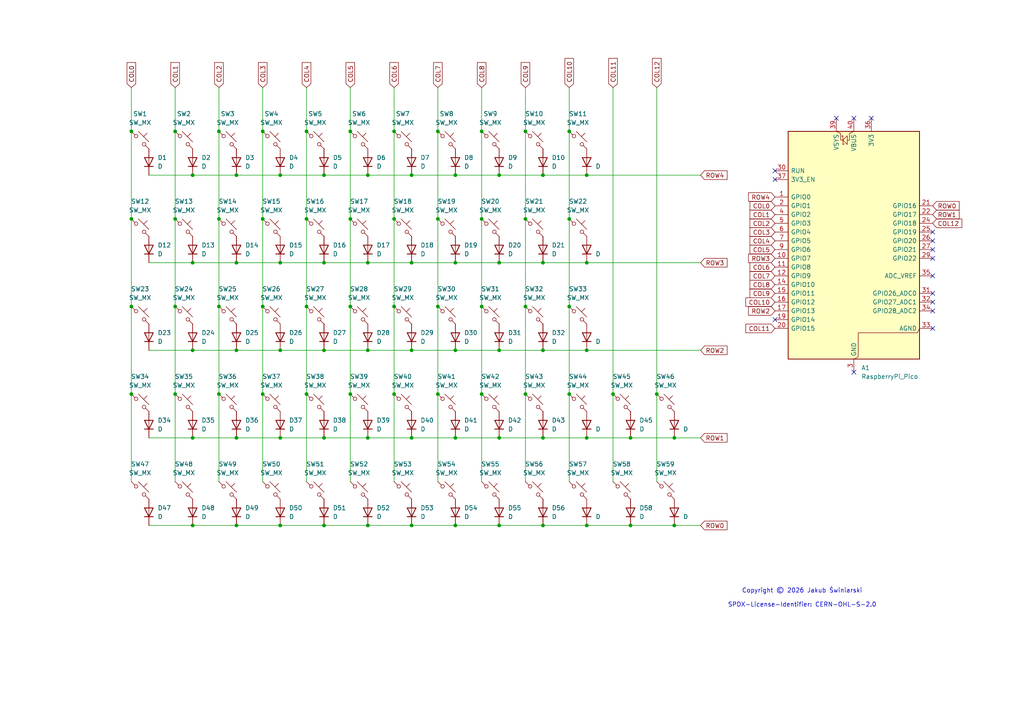
<source format=kicad_sch>
(kicad_sch (version 20250114) (generator "eeschema") (generator_version "9.0")
  (paper "A4")
  (text "Copyright © 2026 Jakub Świniarski\n\nSPDX-License-Identifier: CERN-OHL-S-2.0" (at 232.664 173.482 0) (effects (font (size 1.27 1.27))))
  (junction (at 139.7 114.3))
  (junction (at 132.08 152.4))
  (junction (at 81.28 50.8))
  (junction (at 81.28 76.2))
  (junction (at 119.38 152.4))
  (junction (at 76.2 88.9))
  (junction (at 101.6 114.3))
  (junction (at 50.8 114.3))
  (junction (at 63.5 38.1))
  (junction (at 68.58 76.2))
  (junction (at 170.18 152.4))
  (junction (at 182.88 127))
  (junction (at 144.78 76.2))
  (junction (at 106.68 50.8))
  (junction (at 139.7 88.9))
  (junction (at 152.4 38.1))
  (junction (at 93.98 76.2))
  (junction (at 81.28 127))
  (junction (at 127 38.1))
  (junction (at 106.68 127))
  (junction (at 144.78 101.6))
  (junction (at 139.7 63.5))
  (junction (at 88.9 38.1))
  (junction (at 190.5 114.3))
  (junction (at 63.5 88.9))
  (junction (at 88.9 88.9))
  (junction (at 165.1 114.3))
  (junction (at 38.1 63.5))
  (junction (at 114.3 38.1))
  (junction (at 132.08 50.8))
  (junction (at 68.58 152.4))
  (junction (at 38.1 38.1))
  (junction (at 165.1 38.1))
  (junction (at 55.88 76.2))
  (junction (at 101.6 88.9))
  (junction (at 195.58 152.4))
  (junction (at 177.8 114.3))
  (junction (at 50.8 88.9))
  (junction (at 170.18 101.6))
  (junction (at 50.8 63.5))
  (junction (at 132.08 76.2))
  (junction (at 106.68 101.6))
  (junction (at 114.3 88.9))
  (junction (at 132.08 127))
  (junction (at 157.48 127))
  (junction (at 170.18 50.8))
  (junction (at 68.58 127))
  (junction (at 114.3 114.3))
  (junction (at 119.38 101.6))
  (junction (at 81.28 101.6))
  (junction (at 93.98 101.6))
  (junction (at 106.68 152.4))
  (junction (at 152.4 63.5))
  (junction (at 38.1 88.9))
  (junction (at 119.38 76.2))
  (junction (at 144.78 127))
  (junction (at 139.7 38.1))
  (junction (at 76.2 38.1))
  (junction (at 144.78 50.8))
  (junction (at 106.68 76.2))
  (junction (at 93.98 50.8))
  (junction (at 127 88.9))
  (junction (at 68.58 50.8))
  (junction (at 55.88 101.6))
  (junction (at 93.98 127))
  (junction (at 132.08 101.6))
  (junction (at 88.9 114.3))
  (junction (at 157.48 50.8))
  (junction (at 157.48 76.2))
  (junction (at 170.18 127))
  (junction (at 63.5 63.5))
  (junction (at 55.88 152.4))
  (junction (at 119.38 127))
  (junction (at 101.6 63.5))
  (junction (at 81.28 152.4))
  (junction (at 114.3 63.5))
  (junction (at 127 114.3))
  (junction (at 195.58 127))
  (junction (at 157.48 152.4))
  (junction (at 157.48 101.6))
  (junction (at 165.1 88.9))
  (junction (at 50.8 38.1))
  (junction (at 127 63.5))
  (junction (at 152.4 114.3))
  (junction (at 170.18 76.2))
  (junction (at 88.9 63.5))
  (junction (at 144.78 152.4))
  (junction (at 63.5 114.3))
  (junction (at 76.2 114.3))
  (junction (at 152.4 88.9))
  (junction (at 76.2 63.5))
  (junction (at 38.1 114.3))
  (junction (at 101.6 38.1))
  (junction (at 68.58 101.6))
  (junction (at 93.98 152.4))
  (junction (at 55.88 50.8))
  (junction (at 119.38 50.8))
  (junction (at 165.1 63.5))
  (junction (at 182.88 152.4))
  (junction (at 55.88 127))
  (no_connect (at 224.79 49.53))
  (no_connect (at 270.51 67.31))
  (no_connect (at 270.51 95.25))
  (no_connect (at 242.57 34.29))
  (no_connect (at 224.79 92.71))
  (no_connect (at 270.51 72.39))
  (no_connect (at 270.51 74.93))
  (no_connect (at 252.73 34.29))
  (no_connect (at 270.51 90.17))
  (no_connect (at 270.51 87.63))
  (no_connect (at 270.51 69.85))
  (no_connect (at 270.51 80.01))
  (no_connect (at 270.51 85.09))
  (no_connect (at 224.79 52.07))
  (no_connect (at 247.65 34.29))
  (no_connect (at 247.65 107.95))
  (wire (pts (xy 177.8 25.4) (xy 177.8 114.3)))
  (wire (pts (xy 55.88 50.8) (xy 68.58 50.8)))
  (wire (pts (xy 119.38 76.2) (xy 132.08 76.2)))
  (wire (pts (xy 132.08 152.4) (xy 144.78 152.4)))
  (wire (pts (xy 101.6 63.5) (xy 101.6 88.9)))
  (wire (pts (xy 165.1 38.1) (xy 165.1 63.5)))
  (wire (pts (xy 152.4 88.9) (xy 152.4 114.3)))
  (wire (pts (xy 127 63.5) (xy 127 88.9)))
  (wire (pts (xy 88.9 63.5) (xy 88.9 88.9)))
  (wire (pts (xy 88.9 25.4) (xy 88.9 38.1)))
  (wire (pts (xy 68.58 50.8) (xy 81.28 50.8)))
  (wire (pts (xy 182.88 152.4) (xy 195.58 152.4)))
  (wire (pts (xy 139.7 38.1) (xy 139.7 63.5)))
  (wire (pts (xy 50.8 88.9) (xy 50.8 114.3)))
  (wire (pts (xy 114.3 25.4) (xy 114.3 38.1)))
  (wire (pts (xy 195.58 127) (xy 203.2 127)))
  (wire (pts (xy 101.6 38.1) (xy 101.6 63.5)))
  (wire (pts (xy 127 25.4) (xy 127 38.1)))
  (wire (pts (xy 68.58 152.4) (xy 81.28 152.4)))
  (wire (pts (xy 43.18 101.6) (xy 55.88 101.6)))
  (wire (pts (xy 63.5 63.5) (xy 63.5 88.9)))
  (wire (pts (xy 144.78 76.2) (xy 157.48 76.2)))
  (wire (pts (xy 170.18 76.2) (xy 203.2 76.2)))
  (wire (pts (xy 203.2 152.4) (xy 195.58 152.4)))
  (wire (pts (xy 170.18 127) (xy 182.88 127)))
  (wire (pts (xy 68.58 76.2) (xy 81.28 76.2)))
  (wire (pts (xy 127 114.3) (xy 127 139.7)))
  (wire (pts (xy 63.5 25.4) (xy 63.5 38.1)))
  (wire (pts (xy 38.1 63.5) (xy 38.1 88.9)))
  (wire (pts (xy 106.68 76.2) (xy 119.38 76.2)))
  (wire (pts (xy 63.5 88.9) (xy 63.5 114.3)))
  (wire (pts (xy 132.08 127) (xy 144.78 127)))
  (wire (pts (xy 93.98 127) (xy 106.68 127)))
  (wire (pts (xy 101.6 114.3) (xy 101.6 139.7)))
  (wire (pts (xy 55.88 76.2) (xy 68.58 76.2)))
  (wire (pts (xy 93.98 76.2) (xy 106.68 76.2)))
  (wire (pts (xy 165.1 114.3) (xy 165.1 139.7)))
  (wire (pts (xy 177.8 114.3) (xy 177.8 139.7)))
  (wire (pts (xy 88.9 38.1) (xy 88.9 63.5)))
  (wire (pts (xy 152.4 38.1) (xy 152.4 63.5)))
  (wire (pts (xy 152.4 25.4) (xy 152.4 38.1)))
  (wire (pts (xy 63.5 38.1) (xy 63.5 63.5)))
  (wire (pts (xy 139.7 88.9) (xy 139.7 114.3)))
  (wire (pts (xy 114.3 63.5) (xy 114.3 88.9)))
  (wire (pts (xy 127 88.9) (xy 127 114.3)))
  (wire (pts (xy 106.68 127) (xy 119.38 127)))
  (wire (pts (xy 139.7 25.4) (xy 139.7 38.1)))
  (wire (pts (xy 101.6 88.9) (xy 101.6 114.3)))
  (wire (pts (xy 43.18 50.8) (xy 55.88 50.8)))
  (wire (pts (xy 76.2 38.1) (xy 76.2 63.5)))
  (wire (pts (xy 76.2 25.4) (xy 76.2 38.1)))
  (wire (pts (xy 50.8 63.5) (xy 50.8 88.9)))
  (wire (pts (xy 81.28 50.8) (xy 93.98 50.8)))
  (wire (pts (xy 139.7 114.3) (xy 139.7 139.7)))
  (wire (pts (xy 119.38 152.4) (xy 132.08 152.4)))
  (wire (pts (xy 165.1 63.5) (xy 165.1 88.9)))
  (wire (pts (xy 93.98 50.8) (xy 106.68 50.8)))
  (wire (pts (xy 93.98 101.6) (xy 106.68 101.6)))
  (wire (pts (xy 157.48 127) (xy 170.18 127)))
  (wire (pts (xy 43.18 152.4) (xy 55.88 152.4)))
  (wire (pts (xy 190.5 25.4) (xy 190.5 114.3)))
  (wire (pts (xy 170.18 50.8) (xy 203.2 50.8)))
  (wire (pts (xy 157.48 101.6) (xy 170.18 101.6)))
  (wire (pts (xy 119.38 127) (xy 132.08 127)))
  (wire (pts (xy 88.9 88.9) (xy 88.9 114.3)))
  (wire (pts (xy 106.68 101.6) (xy 119.38 101.6)))
  (wire (pts (xy 114.3 88.9) (xy 114.3 114.3)))
  (wire (pts (xy 144.78 50.8) (xy 157.48 50.8)))
  (wire (pts (xy 101.6 25.4) (xy 101.6 38.1)))
  (wire (pts (xy 43.18 76.2) (xy 55.88 76.2)))
  (wire (pts (xy 144.78 127) (xy 157.48 127)))
  (wire (pts (xy 68.58 101.6) (xy 81.28 101.6)))
  (wire (pts (xy 132.08 101.6) (xy 144.78 101.6)))
  (wire (pts (xy 170.18 101.6) (xy 203.2 101.6)))
  (wire (pts (xy 132.08 50.8) (xy 144.78 50.8)))
  (wire (pts (xy 55.88 152.4) (xy 68.58 152.4)))
  (wire (pts (xy 50.8 25.4) (xy 50.8 38.1)))
  (wire (pts (xy 182.88 127) (xy 195.58 127)))
  (wire (pts (xy 165.1 88.9) (xy 165.1 114.3)))
  (wire (pts (xy 93.98 152.4) (xy 106.68 152.4)))
  (wire (pts (xy 81.28 127) (xy 93.98 127)))
  (wire (pts (xy 139.7 63.5) (xy 139.7 88.9)))
  (wire (pts (xy 76.2 88.9) (xy 76.2 114.3)))
  (wire (pts (xy 76.2 114.3) (xy 76.2 139.7)))
  (wire (pts (xy 106.68 50.8) (xy 119.38 50.8)))
  (wire (pts (xy 119.38 101.6) (xy 132.08 101.6)))
  (wire (pts (xy 190.5 114.3) (xy 190.5 139.7)))
  (wire (pts (xy 38.1 88.9) (xy 38.1 114.3)))
  (wire (pts (xy 114.3 114.3) (xy 114.3 139.7)))
  (wire (pts (xy 157.48 50.8) (xy 170.18 50.8)))
  (wire (pts (xy 119.38 50.8) (xy 132.08 50.8)))
  (wire (pts (xy 55.88 127) (xy 68.58 127)))
  (wire (pts (xy 81.28 101.6) (xy 93.98 101.6)))
  (wire (pts (xy 132.08 76.2) (xy 144.78 76.2)))
  (wire (pts (xy 55.88 101.6) (xy 68.58 101.6)))
  (wire (pts (xy 127 38.1) (xy 127 63.5)))
  (wire (pts (xy 114.3 38.1) (xy 114.3 63.5)))
  (wire (pts (xy 152.4 63.5) (xy 152.4 88.9)))
  (wire (pts (xy 81.28 76.2) (xy 93.98 76.2)))
  (wire (pts (xy 165.1 25.4) (xy 165.1 38.1)))
  (wire (pts (xy 144.78 101.6) (xy 157.48 101.6)))
  (wire (pts (xy 38.1 38.1) (xy 38.1 63.5)))
  (wire (pts (xy 63.5 114.3) (xy 63.5 139.7)))
  (wire (pts (xy 38.1 25.4) (xy 38.1 38.1)))
  (wire (pts (xy 50.8 114.3) (xy 50.8 139.7)))
  (wire (pts (xy 50.8 38.1) (xy 50.8 63.5)))
  (wire (pts (xy 152.4 114.3) (xy 152.4 139.7)))
  (wire (pts (xy 76.2 63.5) (xy 76.2 88.9)))
  (wire (pts (xy 38.1 114.3) (xy 38.1 139.7)))
  (wire (pts (xy 157.48 152.4) (xy 170.18 152.4)))
  (wire (pts (xy 68.58 127) (xy 81.28 127)))
  (wire (pts (xy 144.78 152.4) (xy 157.48 152.4)))
  (wire (pts (xy 170.18 152.4) (xy 182.88 152.4)))
  (wire (pts (xy 157.48 76.2) (xy 170.18 76.2)))
  (wire (pts (xy 81.28 152.4) (xy 93.98 152.4)))
  (wire (pts (xy 106.68 152.4) (xy 119.38 152.4)))
  (wire (pts (xy 43.18 127) (xy 55.88 127)))
  (wire (pts (xy 88.9 114.3) (xy 88.9 139.7)))
  (global_label "COL2" (shape input) (at 63.5 25.4 90) (property "Intersheetrefs" "${INTERSHEET_REFS}" (effects (hide yes))))
  (global_label "ROW4" (shape input) (at 203.2 50.8 0) (property "Intersheetrefs" "${INTERSHEET_REFS}" (effects (hide yes))))
  (global_label "COL0" (shape input) (at 224.79 59.69 180) (property "Intersheetrefs" "${INTERSHEET_REFS}" (effects (hide yes))))
  (global_label "COL6" (shape input) (at 224.79 77.47 180) (property "Intersheetrefs" "${INTERSHEET_REFS}" (effects (hide yes))))
  (global_label "COL12" (shape input) (at 270.51 64.77 0) (property "Intersheetrefs" "${INTERSHEET_REFS}" (effects (hide yes))))
  (global_label "ROW2" (shape input) (at 203.2 101.6 0) (property "Intersheetrefs" "${INTERSHEET_REFS}" (effects (hide yes))))
  (global_label "ROW1" (shape input) (at 270.51 62.23 0) (property "Intersheetrefs" "${INTERSHEET_REFS}" (effects (hide yes))))
  (global_label "COL4" (shape input) (at 224.79 69.85 180) (property "Intersheetrefs" "${INTERSHEET_REFS}" (effects (hide yes))))
  (global_label "ROW3" (shape input) (at 224.79 74.93 180) (property "Intersheetrefs" "${INTERSHEET_REFS}" (effects (hide yes))))
  (global_label "ROW0" (shape input) (at 203.2 152.4 0) (property "Intersheetrefs" "${INTERSHEET_REFS}" (effects (hide yes))))
  (global_label "COL8" (shape input) (at 139.7 25.4 90) (property "Intersheetrefs" "${INTERSHEET_REFS}" (effects (hide yes))))
  (global_label "COL1" (shape input) (at 224.79 62.23 180) (property "Intersheetrefs" "${INTERSHEET_REFS}" (effects (hide yes))))
  (global_label "COL4" (shape input) (at 88.9 25.4 90) (property "Intersheetrefs" "${INTERSHEET_REFS}" (effects (hide yes))))
  (global_label "ROW1" (shape input) (at 203.2 127 0) (property "Intersheetrefs" "${INTERSHEET_REFS}" (effects (hide yes))))
  (global_label "COL5" (shape input) (at 224.79 72.39 180) (property "Intersheetrefs" "${INTERSHEET_REFS}" (effects (hide yes))))
  (global_label "COL7" (shape input) (at 224.79 80.01 180) (property "Intersheetrefs" "${INTERSHEET_REFS}" (effects (hide yes))))
  (global_label "ROW2" (shape input) (at 224.79 90.17 180) (property "Intersheetrefs" "${INTERSHEET_REFS}" (effects (hide yes))))
  (global_label "COL1" (shape input) (at 50.8 25.4 90) (property "Intersheetrefs" "${INTERSHEET_REFS}" (effects (hide yes))))
  (global_label "COL6" (shape input) (at 114.3 25.4 90) (property "Intersheetrefs" "${INTERSHEET_REFS}" (effects (hide yes))))
  (global_label "COL10" (shape input) (at 165.1 25.4 90) (property "Intersheetrefs" "${INTERSHEET_REFS}" (effects (hide yes))))
  (global_label "COL11" (shape input) (at 224.79 95.25 180) (property "Intersheetrefs" "${INTERSHEET_REFS}" (effects (hide yes))))
  (global_label "COL8" (shape input) (at 224.79 82.55 180) (property "Intersheetrefs" "${INTERSHEET_REFS}" (effects (hide yes))))
  (global_label "COL10" (shape input) (at 224.79 87.63 180) (property "Intersheetrefs" "${INTERSHEET_REFS}" (effects (hide yes))))
  (global_label "COL3" (shape input) (at 76.2 25.4 90) (property "Intersheetrefs" "${INTERSHEET_REFS}" (effects (hide yes))))
  (global_label "COL5" (shape input) (at 101.6 25.4 90) (property "Intersheetrefs" "${INTERSHEET_REFS}" (effects (hide yes))))
  (global_label "COL9" (shape input) (at 152.4 25.4 90) (property "Intersheetrefs" "${INTERSHEET_REFS}" (effects (hide yes))))
  (global_label "COL2" (shape input) (at 224.79 64.77 180) (property "Intersheetrefs" "${INTERSHEET_REFS}" (effects (hide yes))))
  (global_label "ROW3" (shape input) (at 203.2 76.2 0) (property "Intersheetrefs" "${INTERSHEET_REFS}" (effects (hide yes))))
  (global_label "ROW4" (shape input) (at 224.79 57.15 180) (property "Intersheetrefs" "${INTERSHEET_REFS}" (effects (hide yes))))
  (global_label "COL12" (shape input) (at 190.5 25.4 90) (property "Intersheetrefs" "${INTERSHEET_REFS}" (effects (hide yes))))
  (global_label "COL11" (shape input) (at 177.8 25.4 90) (property "Intersheetrefs" "${INTERSHEET_REFS}" (effects (hide yes))))
  (global_label "COL7" (shape input) (at 127 25.4 90) (property "Intersheetrefs" "${INTERSHEET_REFS}" (effects (hide yes))))
  (global_label "ROW0" (shape input) (at 270.51 59.69 0) (property "Intersheetrefs" "${INTERSHEET_REFS}" (effects (hide yes))))
  (global_label "COL3" (shape input) (at 224.79 67.31 180) (property "Intersheetrefs" "${INTERSHEET_REFS}" (effects (hide yes))))
  (global_label "COL9" (shape input) (at 224.79 85.09 180) (property "Intersheetrefs" "${INTERSHEET_REFS}" (effects (hide yes))))
  (global_label "COL0" (shape input) (at 38.1 25.4 90) (property "Intersheetrefs" "${INTERSHEET_REFS}" (effects (hide yes))))
  (symbol (lib_id "Device:D") (at 68.58 148.59 90) (unit 1)
    (property "Reference" "D49" (at 71.12 147.3199 90) (effects (justify right)))
    (property "Value" "D" (at 71.12 149.8599 90) (effects (justify right)))
    (property "Footprint" "Diode_THT:D_DO-35_SOD27_P7.62mm_Horizontal" (effects (hide yes)))
    (property "Description" "Diode" (effects (hide yes)))
    (property "Sim.Device" "D" (effects (hide yes)))
    (property "Sim.Pins" "1=K 2=A" (effects (hide yes)))
  )
  (symbol (lib_id "Switch:SW_Push_45deg") (at 66.04 142.24 0) (unit 1)
    (property "Reference" "SW49" (at 66.04 134.62 0))
    (property "Value" "SW_MX" (at 66.04 137.16 0))
    (property "Footprint" "Button_Switch_Keyboard:SW_Cherry_MX_1.00u_PCB" (effects (hide yes)))
    (property "Description" "Push button switch, normally open, two pins, 45° tilted" (effects (hide yes)))
  )
  (symbol (lib_id "Device:D") (at 119.38 46.99 90) (unit 1)
    (property "Reference" "D7" (at 121.92 45.7199 90) (effects (justify right)))
    (property "Value" "D" (at 121.92 48.2599 90) (effects (justify right)))
    (property "Footprint" "Diode_THT:D_DO-35_SOD27_P7.62mm_Horizontal" (effects (hide yes)))
    (property "Description" "Diode" (effects (hide yes)))
    (property "Sim.Device" "D" (effects (hide yes)))
    (property "Sim.Pins" "1=K 2=A" (effects (hide yes)))
  )
  (symbol (lib_id "Device:D") (at 43.18 97.79 90) (unit 1)
    (property "Reference" "D23" (at 45.72 96.5199 90) (effects (justify right)))
    (property "Value" "D" (at 45.72 99.0599 90) (effects (justify right)))
    (property "Footprint" "Diode_THT:D_DO-35_SOD27_P7.62mm_Horizontal" (effects (hide yes)))
    (property "Description" "Diode" (effects (hide yes)))
    (property "Sim.Device" "D" (effects (hide yes)))
    (property "Sim.Pins" "1=K 2=A" (effects (hide yes)))
  )
  (symbol (lib_id "Device:D") (at 81.28 123.19 90) (unit 1)
    (property "Reference" "D37" (at 83.82 121.9199 90) (effects (justify right)))
    (property "Value" "D" (at 83.82 124.4599 90) (effects (justify right)))
    (property "Footprint" "Diode_THT:D_DO-35_SOD27_P7.62mm_Horizontal" (effects (hide yes)))
    (property "Description" "Diode" (effects (hide yes)))
    (property "Sim.Device" "D" (effects (hide yes)))
    (property "Sim.Pins" "1=K 2=A" (effects (hide yes)))
  )
  (symbol (lib_id "Device:D") (at 106.68 72.39 90) (unit 1)
    (property "Reference" "D17" (at 109.22 71.1199 90) (effects (justify right)))
    (property "Value" "D" (at 109.22 73.6599 90) (effects (justify right)))
    (property "Footprint" "Diode_THT:D_DO-35_SOD27_P7.62mm_Horizontal" (effects (hide yes)))
    (property "Description" "Diode" (effects (hide yes)))
    (property "Sim.Device" "D" (effects (hide yes)))
    (property "Sim.Pins" "1=K 2=A" (effects (hide yes)))
  )
  (symbol (lib_id "Switch:SW_Push_45deg") (at 129.54 91.44 0) (unit 1)
    (property "Reference" "SW30" (at 129.54 83.82 0))
    (property "Value" "SW_MX" (at 129.54 86.36 0))
    (property "Footprint" "Button_Switch_Keyboard:SW_Cherry_MX_1.00u_PCB" (effects (hide yes)))
    (property "Description" "Push button switch, normally open, two pins, 45° tilted" (effects (hide yes)))
  )
  (symbol (lib_id "Switch:SW_Push_45deg") (at 91.44 66.04 0) (unit 1)
    (property "Reference" "SW16" (at 91.44 58.42 0))
    (property "Value" "SW_MX" (at 91.44 60.96 0))
    (property "Footprint" "Button_Switch_Keyboard:SW_Cherry_MX_1.00u_PCB" (effects (hide yes)))
    (property "Description" "Push button switch, normally open, two pins, 45° tilted" (effects (hide yes)))
  )
  (symbol (lib_id "Switch:SW_Push_45deg") (at 91.44 116.84 0) (unit 1)
    (property "Reference" "SW38" (at 91.44 109.22 0))
    (property "Value" "SW_MX" (at 91.44 111.76 0))
    (property "Footprint" "Button_Switch_Keyboard:SW_Cherry_MX_1.00u_PCB" (effects (hide yes)))
    (property "Description" "Push button switch, normally open, two pins, 45° tilted" (effects (hide yes)))
  )
  (symbol (lib_id "Switch:SW_Push_45deg") (at 154.94 91.44 0) (unit 1)
    (property "Reference" "SW32" (at 154.94 83.82 0))
    (property "Value" "SW_MX" (at 154.94 86.36 0))
    (property "Footprint" "Button_Switch_Keyboard:SW_Cherry_MX_1.00u_PCB" (effects (hide yes)))
    (property "Description" "Push button switch, normally open, two pins, 45° tilted" (effects (hide yes)))
  )
  (symbol (lib_id "Switch:SW_Push_45deg") (at 142.24 142.24 0) (unit 1)
    (property "Reference" "SW55" (at 142.24 134.62 0))
    (property "Value" "SW_MX" (at 142.24 137.16 0))
    (property "Footprint" "Button_Switch_Keyboard:SW_Cherry_MX_1.00u_PCB" (effects (hide yes)))
    (property "Description" "Push button switch, normally open, two pins, 45° tilted" (effects (hide yes)))
  )
  (symbol (lib_id "Switch:SW_Push_45deg") (at 129.54 66.04 0) (unit 1)
    (property "Reference" "SW19" (at 129.54 58.42 0))
    (property "Value" "SW_MX" (at 129.54 60.96 0))
    (property "Footprint" "Button_Switch_Keyboard:SW_Cherry_MX_1.00u_PCB" (effects (hide yes)))
    (property "Description" "Push button switch, normally open, two pins, 45° tilted" (effects (hide yes)))
  )
  (symbol (lib_id "Device:D") (at 157.48 97.79 90) (unit 1)
    (property "Reference" "D32" (at 160.02 96.5199 90) (effects (justify right)))
    (property "Value" "D" (at 160.02 99.0599 90) (effects (justify right)))
    (property "Footprint" "Diode_THT:D_DO-35_SOD27_P7.62mm_Horizontal" (effects (hide yes)))
    (property "Description" "Diode" (effects (hide yes)))
    (property "Sim.Device" "D" (effects (hide yes)))
    (property "Sim.Pins" "1=K 2=A" (effects (hide yes)))
  )
  (symbol (lib_id "Switch:SW_Push_45deg") (at 53.34 116.84 0) (unit 1)
    (property "Reference" "SW35" (at 53.34 109.22 0))
    (property "Value" "SW_MX" (at 53.34 111.76 0))
    (property "Footprint" "Button_Switch_Keyboard:SW_Cherry_MX_1.00u_PCB" (effects (hide yes)))
    (property "Description" "Push button switch, normally open, two pins, 45° tilted" (effects (hide yes)))
  )
  (symbol (lib_id "Device:D") (at 170.18 72.39 90) (unit 1)
    (property "Reference" "D22" (effects (hide yes)))
    (property "Value" "D" (at 172.72 73.6599 90) (effects (justify right)))
    (property "Footprint" "Diode_THT:D_DO-35_SOD27_P7.62mm_Horizontal" (effects (hide yes)))
    (property "Description" "Diode" (effects (hide yes)))
    (property "Sim.Device" "D" (effects (hide yes)))
    (property "Sim.Pins" "1=K 2=A" (effects (hide yes)))
  )
  (symbol (lib_id "Device:D") (at 68.58 123.19 90) (unit 1)
    (property "Reference" "D36" (at 71.12 121.9199 90) (effects (justify right)))
    (property "Value" "D" (at 71.12 124.4599 90) (effects (justify right)))
    (property "Footprint" "Diode_THT:D_DO-35_SOD27_P7.62mm_Horizontal" (effects (hide yes)))
    (property "Description" "Diode" (effects (hide yes)))
    (property "Sim.Device" "D" (effects (hide yes)))
    (property "Sim.Pins" "1=K 2=A" (effects (hide yes)))
  )
  (symbol (lib_id "Device:D") (at 55.88 97.79 90) (unit 1)
    (property "Reference" "D24" (at 58.42 96.5199 90) (effects (justify right)))
    (property "Value" "D" (at 58.42 99.0599 90) (effects (justify right)))
    (property "Footprint" "Diode_THT:D_DO-35_SOD27_P7.62mm_Horizontal" (effects (hide yes)))
    (property "Description" "Diode" (effects (hide yes)))
    (property "Sim.Device" "D" (effects (hide yes)))
    (property "Sim.Pins" "1=K 2=A" (effects (hide yes)))
  )
  (symbol (lib_id "Device:D") (at 68.58 97.79 90) (unit 1)
    (property "Reference" "D25" (at 71.12 96.5199 90) (effects (justify right)))
    (property "Value" "D" (at 71.12 99.0599 90) (effects (justify right)))
    (property "Footprint" "Diode_THT:D_DO-35_SOD27_P7.62mm_Horizontal" (effects (hide yes)))
    (property "Description" "Diode" (effects (hide yes)))
    (property "Sim.Device" "D" (effects (hide yes)))
    (property "Sim.Pins" "1=K 2=A" (effects (hide yes)))
  )
  (symbol (lib_id "Device:D") (at 144.78 123.19 90) (unit 1)
    (property "Reference" "D42" (at 147.32 121.9199 90) (effects (justify right)))
    (property "Value" "D" (at 147.32 124.4599 90) (effects (justify right)))
    (property "Footprint" "Diode_THT:D_DO-35_SOD27_P7.62mm_Horizontal" (effects (hide yes)))
    (property "Description" "Diode" (effects (hide yes)))
    (property "Sim.Device" "D" (effects (hide yes)))
    (property "Sim.Pins" "1=K 2=A" (effects (hide yes)))
  )
  (symbol (lib_id "Device:D") (at 81.28 148.59 90) (unit 1)
    (property "Reference" "D50" (at 83.82 147.3199 90) (effects (justify right)))
    (property "Value" "D" (at 83.82 149.8599 90) (effects (justify right)))
    (property "Footprint" "Diode_THT:D_DO-35_SOD27_P7.62mm_Horizontal" (effects (hide yes)))
    (property "Description" "Diode" (effects (hide yes)))
    (property "Sim.Device" "D" (effects (hide yes)))
    (property "Sim.Pins" "1=K 2=A" (effects (hide yes)))
  )
  (symbol (lib_id "Switch:SW_Push_45deg") (at 104.14 142.24 0) (unit 1)
    (property "Reference" "SW52" (at 104.14 134.62 0))
    (property "Value" "SW_MX" (at 104.14 137.16 0))
    (property "Footprint" "Button_Switch_Keyboard:SW_Cherry_MX_1.00u_PCB" (effects (hide yes)))
    (property "Description" "Push button switch, normally open, two pins, 45° tilted" (effects (hide yes)))
  )
  (symbol (lib_id "Switch:SW_Push_45deg") (at 116.84 91.44 0) (unit 1)
    (property "Reference" "SW29" (at 116.84 83.82 0))
    (property "Value" "SW_MX" (at 116.84 86.36 0))
    (property "Footprint" "Button_Switch_Keyboard:SW_Cherry_MX_1.00u_PCB" (effects (hide yes)))
    (property "Description" "Push button switch, normally open, two pins, 45° tilted" (effects (hide yes)))
  )
  (symbol (lib_id "Switch:SW_Push_45deg") (at 154.94 66.04 0) (unit 1)
    (property "Reference" "SW21" (at 154.94 58.42 0))
    (property "Value" "SW_MX" (at 154.94 60.96 0))
    (property "Footprint" "Button_Switch_Keyboard:SW_Cherry_MX_1.00u_PCB" (effects (hide yes)))
    (property "Description" "Push button switch, normally open, two pins, 45° tilted" (effects (hide yes)))
  )
  (symbol (lib_id "Switch:SW_Push_45deg") (at 104.14 40.64 0) (unit 1)
    (property "Reference" "SW6" (at 104.14 33.02 0))
    (property "Value" "SW_MX" (at 104.14 35.56 0))
    (property "Footprint" "Button_Switch_Keyboard:SW_Cherry_MX_1.00u_PCB" (effects (hide yes)))
    (property "Description" "Push button switch, normally open, two pins, 45° tilted" (effects (hide yes)))
  )
  (symbol (lib_id "Switch:SW_Push_45deg") (at 40.64 142.24 0) (unit 1)
    (property "Reference" "SW47" (at 40.64 134.62 0))
    (property "Value" "SW_MX" (at 40.64 137.16 0))
    (property "Footprint" "Button_Switch_Keyboard:SW_Cherry_MX_1.00u_PCB" (effects (hide yes)))
    (property "Description" "Push button switch, normally open, two pins, 45° tilted" (effects (hide yes)))
  )
  (symbol (lib_id "Device:D") (at 132.08 148.59 90) (unit 1)
    (property "Reference" "D54" (at 134.62 147.3199 90) (effects (justify right)))
    (property "Value" "D" (at 134.62 149.8599 90) (effects (justify right)))
    (property "Footprint" "Diode_THT:D_DO-35_SOD27_P7.62mm_Horizontal" (effects (hide yes)))
    (property "Description" "Diode" (effects (hide yes)))
    (property "Sim.Device" "D" (effects (hide yes)))
    (property "Sim.Pins" "1=K 2=A" (effects (hide yes)))
  )
  (symbol (lib_id "Switch:SW_Push_45deg") (at 142.24 91.44 0) (unit 1)
    (property "Reference" "SW31" (at 142.24 83.82 0))
    (property "Value" "SW_MX" (at 142.24 86.36 0))
    (property "Footprint" "Button_Switch_Keyboard:SW_Cherry_MX_1.00u_PCB" (effects (hide yes)))
    (property "Description" "Push button switch, normally open, two pins, 45° tilted" (effects (hide yes)))
  )
  (symbol (lib_id "Switch:SW_Push_45deg") (at 116.84 40.64 0) (unit 1)
    (property "Reference" "SW7" (at 116.84 33.02 0))
    (property "Value" "SW_MX" (at 116.84 35.56 0))
    (property "Footprint" "Button_Switch_Keyboard:SW_Cherry_MX_1.00u_PCB" (effects (hide yes)))
    (property "Description" "Push button switch, normally open, two pins, 45° tilted" (effects (hide yes)))
  )
  (symbol (lib_id "Switch:SW_Push_45deg") (at 167.64 66.04 0) (unit 1)
    (property "Reference" "SW22" (at 167.64 58.42 0))
    (property "Value" "SW_MX" (at 167.64 60.96 0))
    (property "Footprint" "Button_Switch_Keyboard:SW_Cherry_MX_1.00u_PCB" (effects (hide yes)))
    (property "Description" "Push button switch, normally open, two pins, 45° tilted" (effects (hide yes)))
  )
  (symbol (lib_id "Switch:SW_Push_45deg") (at 66.04 40.64 0) (unit 1)
    (property "Reference" "SW3" (at 66.04 33.02 0))
    (property "Value" "SW_MX" (at 66.04 35.56 0))
    (property "Footprint" "Button_Switch_Keyboard:SW_Cherry_MX_1.00u_PCB" (effects (hide yes)))
    (property "Description" "Push button switch, normally open, two pins, 45° tilted" (effects (hide yes)))
  )
  (symbol (lib_id "Switch:SW_Push_45deg") (at 142.24 40.64 0) (unit 1)
    (property "Reference" "SW9" (at 142.24 33.02 0))
    (property "Value" "SW_MX" (at 142.24 35.56 0))
    (property "Footprint" "Button_Switch_Keyboard:SW_Cherry_MX_1.00u_PCB" (effects (hide yes)))
    (property "Description" "Push button switch, normally open, two pins, 45° tilted" (effects (hide yes)))
  )
  (symbol (lib_id "Device:D") (at 182.88 148.59 90) (unit 1)
    (property "Reference" "D58" (at 185.42 147.3199 90) (effects (justify right)))
    (property "Value" "D" (at 185.42 149.8599 90) (effects (justify right)))
    (property "Footprint" "Diode_THT:D_DO-35_SOD27_P7.62mm_Horizontal" (effects (hide yes)))
    (property "Description" "Diode" (effects (hide yes)))
    (property "Sim.Device" "D" (effects (hide yes)))
    (property "Sim.Pins" "1=K 2=A" (effects (hide yes)))
  )
  (symbol (lib_id "Device:D") (at 43.18 123.19 90) (unit 1)
    (property "Reference" "D34" (at 45.72 121.9199 90) (effects (justify right)))
    (property "Value" "D" (at 45.72 124.4599 90) (effects (justify right)))
    (property "Footprint" "Diode_THT:D_DO-35_SOD27_P7.62mm_Horizontal" (effects (hide yes)))
    (property "Description" "Diode" (effects (hide yes)))
    (property "Sim.Device" "D" (effects (hide yes)))
    (property "Sim.Pins" "1=K 2=A" (effects (hide yes)))
  )
  (symbol (lib_id "Device:D") (at 132.08 97.79 90) (unit 1)
    (property "Reference" "D30" (at 134.62 96.5199 90) (effects (justify right)))
    (property "Value" "D" (at 134.62 99.0599 90) (effects (justify right)))
    (property "Footprint" "Diode_THT:D_DO-35_SOD27_P7.62mm_Horizontal" (effects (hide yes)))
    (property "Description" "Diode" (effects (hide yes)))
    (property "Sim.Device" "D" (effects (hide yes)))
    (property "Sim.Pins" "1=K 2=A" (effects (hide yes)))
  )
  (symbol (lib_id "Device:D") (at 119.38 97.79 90) (unit 1)
    (property "Reference" "D29" (at 121.92 96.5199 90) (effects (justify right)))
    (property "Value" "D" (at 121.92 99.0599 90) (effects (justify right)))
    (property "Footprint" "Diode_THT:D_DO-35_SOD27_P7.62mm_Horizontal" (effects (hide yes)))
    (property "Description" "Diode" (effects (hide yes)))
    (property "Sim.Device" "D" (effects (hide yes)))
    (property "Sim.Pins" "1=K 2=A" (effects (hide yes)))
  )
  (symbol (lib_id "Switch:SW_Push_45deg") (at 40.64 66.04 0) (unit 1)
    (property "Reference" "SW12" (at 40.64 58.42 0))
    (property "Value" "SW_MX" (at 40.64 60.96 0))
    (property "Footprint" "Button_Switch_Keyboard:SW_Cherry_MX_1.00u_PCB" (effects (hide yes)))
    (property "Description" "Push button switch, normally open, two pins, 45° tilted" (effects (hide yes)))
  )
  (symbol (lib_id "Device:D") (at 55.88 148.59 90) (unit 1)
    (property "Reference" "D48" (at 58.42 147.3199 90) (effects (justify right)))
    (property "Value" "D" (at 58.42 149.8599 90) (effects (justify right)))
    (property "Footprint" "Diode_THT:D_DO-35_SOD27_P7.62mm_Horizontal" (effects (hide yes)))
    (property "Description" "Diode" (effects (hide yes)))
    (property "Sim.Device" "D" (effects (hide yes)))
    (property "Sim.Pins" "1=K 2=A" (effects (hide yes)))
  )
  (symbol (lib_id "Device:D") (at 106.68 46.99 90) (unit 1)
    (property "Reference" "D6" (at 109.22 45.7199 90) (effects (justify right)))
    (property "Value" "D" (at 109.22 48.2599 90) (effects (justify right)))
    (property "Footprint" "Diode_THT:D_DO-35_SOD27_P7.62mm_Horizontal" (effects (hide yes)))
    (property "Description" "Diode" (effects (hide yes)))
    (property "Sim.Device" "D" (effects (hide yes)))
    (property "Sim.Pins" "1=K 2=A" (effects (hide yes)))
  )
  (symbol (lib_id "Switch:SW_Push_45deg") (at 78.74 91.44 0) (unit 1)
    (property "Reference" "SW26" (at 78.74 83.82 0))
    (property "Value" "SW_MX" (at 78.74 86.36 0))
    (property "Footprint" "Button_Switch_Keyboard:SW_Cherry_MX_1.00u_PCB" (effects (hide yes)))
    (property "Description" "Push button switch, normally open, two pins, 45° tilted" (effects (hide yes)))
  )
  (symbol (lib_id "Switch:SW_Push_45deg") (at 154.94 40.64 0) (unit 1)
    (property "Reference" "SW10" (at 154.94 33.02 0))
    (property "Value" "SW_MX" (at 154.94 35.56 0))
    (property "Footprint" "Button_Switch_Keyboard:SW_Cherry_MX_1.00u_PCB" (effects (hide yes)))
    (property "Description" "Push button switch, normally open, two pins, 45° tilted" (effects (hide yes)))
  )
  (symbol (lib_id "Device:D") (at 119.38 72.39 90) (unit 1)
    (property "Reference" "D18" (at 121.92 71.1199 90) (effects (justify right)))
    (property "Value" "D" (at 121.92 73.6599 90) (effects (justify right)))
    (property "Footprint" "Diode_THT:D_DO-35_SOD27_P7.62mm_Horizontal" (effects (hide yes)))
    (property "Description" "Diode" (effects (hide yes)))
    (property "Sim.Device" "D" (effects (hide yes)))
    (property "Sim.Pins" "1=K 2=A" (effects (hide yes)))
  )
  (symbol (lib_id "Device:D") (at 93.98 97.79 90) (unit 1)
    (property "Reference" "D27" (at 96.52 96.5199 90) (effects (justify right)))
    (property "Value" "D" (at 96.52 99.0599 90) (effects (justify right)))
    (property "Footprint" "Diode_THT:D_DO-35_SOD27_P7.62mm_Horizontal" (effects (hide yes)))
    (property "Description" "Diode" (effects (hide yes)))
    (property "Sim.Device" "D" (effects (hide yes)))
    (property "Sim.Pins" "1=K 2=A" (effects (hide yes)))
  )
  (symbol (lib_id "Switch:SW_Push_45deg") (at 193.04 142.24 0) (unit 1)
    (property "Reference" "SW59" (at 193.04 134.62 0))
    (property "Value" "SW_MX" (at 193.04 137.16 0))
    (property "Footprint" "Button_Switch_Keyboard:SW_Cherry_MX_1.00u_PCB" (effects (hide yes)))
    (property "Description" "Push button switch, normally open, two pins, 45° tilted" (effects (hide yes)))
  )
  (symbol (lib_id "Device:D") (at 43.18 72.39 90) (unit 1)
    (property "Reference" "D12" (at 45.72 71.1199 90) (effects (justify right)))
    (property "Value" "D" (at 45.72 73.6599 90) (effects (justify right)))
    (property "Footprint" "Diode_THT:D_DO-35_SOD27_P7.62mm_Horizontal" (effects (hide yes)))
    (property "Description" "Diode" (effects (hide yes)))
    (property "Sim.Device" "D" (effects (hide yes)))
    (property "Sim.Pins" "1=K 2=A" (effects (hide yes)))
  )
  (symbol (lib_id "Device:D") (at 93.98 123.19 90) (unit 1)
    (property "Reference" "D38" (at 96.52 121.9199 90) (effects (justify right)))
    (property "Value" "D" (at 96.52 124.4599 90) (effects (justify right)))
    (property "Footprint" "Diode_THT:D_DO-35_SOD27_P7.62mm_Horizontal" (effects (hide yes)))
    (property "Description" "Diode" (effects (hide yes)))
    (property "Sim.Device" "D" (effects (hide yes)))
    (property "Sim.Pins" "1=K 2=A" (effects (hide yes)))
  )
  (symbol (lib_id "Switch:SW_Push_45deg") (at 53.34 66.04 0) (unit 1)
    (property "Reference" "SW13" (at 53.34 58.42 0))
    (property "Value" "SW_MX" (at 53.34 60.96 0))
    (property "Footprint" "Button_Switch_Keyboard:SW_Cherry_MX_1.00u_PCB" (effects (hide yes)))
    (property "Description" "Push button switch, normally open, two pins, 45° tilted" (effects (hide yes)))
  )
  (symbol (lib_id "Switch:SW_Push_45deg") (at 193.04 116.84 0) (unit 1)
    (property "Reference" "SW46" (at 193.04 109.22 0))
    (property "Value" "SW_MX" (at 193.04 111.76 0))
    (property "Footprint" "Button_Switch_Keyboard:SW_Cherry_MX_1.00u_PCB" (effects (hide yes)))
    (property "Description" "Push button switch, normally open, two pins, 45° tilted" (effects (hide yes)))
  )
  (symbol (lib_id "Device:D") (at 93.98 72.39 90) (unit 1)
    (property "Reference" "D16" (at 96.52 71.1199 90) (effects (justify right)))
    (property "Value" "D" (at 96.52 73.6599 90) (effects (justify right)))
    (property "Footprint" "Diode_THT:D_DO-35_SOD27_P7.62mm_Horizontal" (effects (hide yes)))
    (property "Description" "Diode" (effects (hide yes)))
    (property "Sim.Device" "D" (effects (hide yes)))
    (property "Sim.Pins" "1=K 2=A" (effects (hide yes)))
  )
  (symbol (lib_id "Device:D") (at 132.08 123.19 90) (unit 1)
    (property "Reference" "D41" (at 134.62 121.9199 90) (effects (justify right)))
    (property "Value" "D" (at 134.62 124.4599 90) (effects (justify right)))
    (property "Footprint" "Diode_THT:D_DO-35_SOD27_P7.62mm_Horizontal" (effects (hide yes)))
    (property "Description" "Diode" (effects (hide yes)))
    (property "Sim.Device" "D" (effects (hide yes)))
    (property "Sim.Pins" "1=K 2=A" (effects (hide yes)))
  )
  (symbol (lib_id "Device:D") (at 144.78 97.79 90) (unit 1)
    (property "Reference" "D31" (at 147.32 96.5199 90) (effects (justify right)))
    (property "Value" "D" (at 147.32 99.0599 90) (effects (justify right)))
    (property "Footprint" "Diode_THT:D_DO-35_SOD27_P7.62mm_Horizontal" (effects (hide yes)))
    (property "Description" "Diode" (effects (hide yes)))
    (property "Sim.Device" "D" (effects (hide yes)))
    (property "Sim.Pins" "1=K 2=A" (effects (hide yes)))
  )
  (symbol (lib_id "Device:D") (at 55.88 123.19 90) (unit 1)
    (property "Reference" "D35" (at 58.42 121.9199 90) (effects (justify right)))
    (property "Value" "D" (at 58.42 124.4599 90) (effects (justify right)))
    (property "Footprint" "Diode_THT:D_DO-35_SOD27_P7.62mm_Horizontal" (effects (hide yes)))
    (property "Description" "Diode" (effects (hide yes)))
    (property "Sim.Device" "D" (effects (hide yes)))
    (property "Sim.Pins" "1=K 2=A" (effects (hide yes)))
  )
  (symbol (lib_id "Switch:SW_Push_45deg") (at 116.84 66.04 0) (unit 1)
    (property "Reference" "SW18" (at 116.84 58.42 0))
    (property "Value" "SW_MX" (at 116.84 60.96 0))
    (property "Footprint" "Button_Switch_Keyboard:SW_Cherry_MX_1.00u_PCB" (effects (hide yes)))
    (property "Description" "Push button switch, normally open, two pins, 45° tilted" (effects (hide yes)))
  )
  (symbol (lib_id "Switch:SW_Push_45deg") (at 66.04 91.44 0) (unit 1)
    (property "Reference" "SW25" (at 66.04 83.82 0))
    (property "Value" "SW_MX" (at 66.04 86.36 0))
    (property "Footprint" "Button_Switch_Keyboard:SW_Cherry_MX_1.00u_PCB" (effects (hide yes)))
    (property "Description" "Push button switch, normally open, two pins, 45° tilted" (effects (hide yes)))
  )
  (symbol (lib_id "Device:D") (at 144.78 46.99 90) (unit 1)
    (property "Reference" "D9" (at 147.32 45.7199 90) (effects (justify right)))
    (property "Value" "D" (at 147.32 48.2599 90) (effects (justify right)))
    (property "Footprint" "Diode_THT:D_DO-35_SOD27_P7.62mm_Horizontal" (effects (hide yes)))
    (property "Description" "Diode" (effects (hide yes)))
    (property "Sim.Device" "D" (effects (hide yes)))
    (property "Sim.Pins" "1=K 2=A" (effects (hide yes)))
  )
  (symbol (lib_id "Device:D") (at 195.58 148.59 90) (unit 1)
    (property "Reference" "D59" (effects (hide yes)))
    (property "Value" "D" (at 198.12 149.8599 90) (effects (justify right)))
    (property "Footprint" "Diode_THT:D_DO-35_SOD27_P7.62mm_Horizontal" (effects (hide yes)))
    (property "Description" "Diode" (effects (hide yes)))
    (property "Sim.Device" "D" (effects (hide yes)))
    (property "Sim.Pins" "1=K 2=A" (effects (hide yes)))
  )
  (symbol (lib_id "Switch:SW_Push_45deg") (at 91.44 142.24 0) (unit 1)
    (property "Reference" "SW51" (at 91.44 134.62 0))
    (property "Value" "SW_MX" (at 91.44 137.16 0))
    (property "Footprint" "Button_Switch_Keyboard:SW_Cherry_MX_1.00u_PCB" (effects (hide yes)))
    (property "Description" "Push button switch, normally open, two pins, 45° tilted" (effects (hide yes)))
  )
  (symbol (lib_id "Device:D") (at 132.08 72.39 90) (unit 1)
    (property "Reference" "D19" (at 134.62 71.1199 90) (effects (justify right)))
    (property "Value" "D" (at 134.62 73.6599 90) (effects (justify right)))
    (property "Footprint" "Diode_THT:D_DO-35_SOD27_P7.62mm_Horizontal" (effects (hide yes)))
    (property "Description" "Diode" (effects (hide yes)))
    (property "Sim.Device" "D" (effects (hide yes)))
    (property "Sim.Pins" "1=K 2=A" (effects (hide yes)))
  )
  (symbol (lib_id "Device:D") (at 81.28 46.99 90) (unit 1)
    (property "Reference" "D4" (at 83.82 45.7199 90) (effects (justify right)))
    (property "Value" "D" (at 83.82 48.2599 90) (effects (justify right)))
    (property "Footprint" "Diode_THT:D_DO-35_SOD27_P7.62mm_Horizontal" (effects (hide yes)))
    (property "Description" "Diode" (effects (hide yes)))
    (property "Sim.Device" "D" (effects (hide yes)))
    (property "Sim.Pins" "1=K 2=A" (effects (hide yes)))
  )
  (symbol (lib_id "Device:D") (at 157.48 148.59 90) (unit 1)
    (property "Reference" "D56" (at 160.02 147.3199 90) (effects (justify right)))
    (property "Value" "D" (at 160.02 149.8599 90) (effects (justify right)))
    (property "Footprint" "Diode_THT:D_DO-35_SOD27_P7.62mm_Horizontal" (effects (hide yes)))
    (property "Description" "Diode" (effects (hide yes)))
    (property "Sim.Device" "D" (effects (hide yes)))
    (property "Sim.Pins" "1=K 2=A" (effects (hide yes)))
  )
  (symbol (lib_id "Device:D") (at 55.88 46.99 90) (unit 1)
    (property "Reference" "D2" (at 58.42 45.7199 90) (effects (justify right)))
    (property "Value" "D" (at 58.42 48.2599 90) (effects (justify right)))
    (property "Footprint" "Diode_THT:D_DO-35_SOD27_P7.62mm_Horizontal" (effects (hide yes)))
    (property "Description" "Diode" (effects (hide yes)))
    (property "Sim.Device" "D" (effects (hide yes)))
    (property "Sim.Pins" "1=K 2=A" (effects (hide yes)))
  )
  (symbol (lib_id "Switch:SW_Push_45deg") (at 167.64 116.84 0) (unit 1)
    (property "Reference" "SW44" (at 167.64 109.22 0))
    (property "Value" "SW_MX" (at 167.64 111.76 0))
    (property "Footprint" "Button_Switch_Keyboard:SW_Cherry_MX_1.00u_PCB" (effects (hide yes)))
    (property "Description" "Push button switch, normally open, two pins, 45° tilted" (effects (hide yes)))
  )
  (symbol (lib_id "Device:D") (at 119.38 148.59 90) (unit 1)
    (property "Reference" "D53" (at 121.92 147.3199 90) (effects (justify right)))
    (property "Value" "D" (at 121.92 149.8599 90) (effects (justify right)))
    (property "Footprint" "Diode_THT:D_DO-35_SOD27_P7.62mm_Horizontal" (effects (hide yes)))
    (property "Description" "Diode" (effects (hide yes)))
    (property "Sim.Device" "D" (effects (hide yes)))
    (property "Sim.Pins" "1=K 2=A" (effects (hide yes)))
  )
  (symbol (lib_id "Switch:SW_Push_45deg") (at 142.24 116.84 0) (unit 1)
    (property "Reference" "SW42" (at 142.24 109.22 0))
    (property "Value" "SW_MX" (at 142.24 111.76 0))
    (property "Footprint" "Button_Switch_Keyboard:SW_Cherry_MX_1.00u_PCB" (effects (hide yes)))
    (property "Description" "Push button switch, normally open, two pins, 45° tilted" (effects (hide yes)))
  )
  (symbol (lib_id "Device:D") (at 68.58 46.99 90) (unit 1)
    (property "Reference" "D3" (at 71.12 45.7199 90) (effects (justify right)))
    (property "Value" "D" (at 71.12 48.2599 90) (effects (justify right)))
    (property "Footprint" "Diode_THT:D_DO-35_SOD27_P7.62mm_Horizontal" (effects (hide yes)))
    (property "Description" "Diode" (effects (hide yes)))
    (property "Sim.Device" "D" (effects (hide yes)))
    (property "Sim.Pins" "1=K 2=A" (effects (hide yes)))
  )
  (symbol (lib_id "Switch:SW_Push_45deg") (at 78.74 66.04 0) (unit 1)
    (property "Reference" "SW15" (at 78.74 58.42 0))
    (property "Value" "SW_MX" (at 78.74 60.96 0))
    (property "Footprint" "Button_Switch_Keyboard:SW_Cherry_MX_1.00u_PCB" (effects (hide yes)))
    (property "Description" "Push button switch, normally open, two pins, 45° tilted" (effects (hide yes)))
  )
  (symbol (lib_id "Device:D") (at 93.98 46.99 90) (unit 1)
    (property "Reference" "D5" (at 96.52 45.7199 90) (effects (justify right)))
    (property "Value" "D" (at 96.52 48.2599 90) (effects (justify right)))
    (property "Footprint" "Diode_THT:D_DO-35_SOD27_P7.62mm_Horizontal" (effects (hide yes)))
    (property "Description" "Diode" (effects (hide yes)))
    (property "Sim.Device" "D" (effects (hide yes)))
    (property "Sim.Pins" "1=K 2=A" (effects (hide yes)))
  )
  (symbol (lib_id "Switch:SW_Push_45deg") (at 91.44 91.44 0) (unit 1)
    (property "Reference" "SW27" (at 91.44 83.82 0))
    (property "Value" "SW_MX" (at 91.44 86.36 0))
    (property "Footprint" "Button_Switch_Keyboard:SW_Cherry_MX_1.00u_PCB" (effects (hide yes)))
    (property "Description" "Push button switch, normally open, two pins, 45° tilted" (effects (hide yes)))
  )
  (symbol (lib_id "Switch:SW_Push_45deg") (at 104.14 116.84 0) (unit 1)
    (property "Reference" "SW39" (at 104.14 109.22 0))
    (property "Value" "SW_MX" (at 104.14 111.76 0))
    (property "Footprint" "Button_Switch_Keyboard:SW_Cherry_MX_1.00u_PCB" (effects (hide yes)))
    (property "Description" "Push button switch, normally open, two pins, 45° tilted" (effects (hide yes)))
  )
  (symbol (lib_id "Switch:SW_Push_45deg") (at 180.34 116.84 0) (unit 1)
    (property "Reference" "SW45" (at 180.34 109.22 0))
    (property "Value" "SW_MX" (at 180.34 111.76 0))
    (property "Footprint" "Button_Switch_Keyboard:SW_Cherry_MX_1.00u_PCB" (effects (hide yes)))
    (property "Description" "Push button switch, normally open, two pins, 45° tilted" (effects (hide yes)))
  )
  (symbol (lib_id "MCU_Module:RaspberryPi_Pico") (at 247.65 72.39 0) (unit 1)
    (property "Reference" "A1" (at 249.7933 106.68 0) (effects (justify left)))
    (property "Value" "RaspberryPi_Pico" (at 249.7933 109.22 0) (effects (justify left)))
    (property "Footprint" "Module:RaspberryPi_Pico_Common_THT" (effects (hide yes)))
    (property "Datasheet" "https://datasheets.raspberrypi.com/pico/pico-datasheet.pdf" (effects (hide yes)))
    (property "Description" "Versatile and inexpensive microcontroller module powered by RP2040 dual-core Arm Cortex-M0+ processor up to 133 MHz, 264kB SRAM, 2MB QSPI flash; also supports Raspberry Pi Pico 2" (effects (hide yes)))
  )
  (symbol (lib_id "Device:D") (at 157.48 72.39 90) (unit 1)
    (property "Reference" "D21" (at 160.02 71.1199 90) (effects (justify right)))
    (property "Value" "D" (at 160.02 73.6599 90) (effects (justify right)))
    (property "Footprint" "Diode_THT:D_DO-35_SOD27_P7.62mm_Horizontal" (effects (hide yes)))
    (property "Description" "Diode" (effects (hide yes)))
    (property "Sim.Device" "D" (effects (hide yes)))
    (property "Sim.Pins" "1=K 2=A" (effects (hide yes)))
  )
  (symbol (lib_id "Switch:SW_Push_45deg") (at 167.64 40.64 0) (unit 1)
    (property "Reference" "SW11" (at 167.64 33.02 0))
    (property "Value" "SW_MX" (at 167.64 35.56 0))
    (property "Footprint" "Button_Switch_Keyboard:SW_Cherry_MX_1.00u_PCB" (effects (hide yes)))
    (property "Description" "Push button switch, normally open, two pins, 45° tilted" (effects (hide yes)))
  )
  (symbol (lib_id "Device:D") (at 195.58 123.19 90) (unit 1)
    (property "Reference" "D46" (effects (hide yes)))
    (property "Value" "D" (at 198.12 124.4599 90) (effects (justify right)))
    (property "Footprint" "Diode_THT:D_DO-35_SOD27_P7.62mm_Horizontal" (effects (hide yes)))
    (property "Description" "Diode" (effects (hide yes)))
    (property "Sim.Device" "D" (effects (hide yes)))
    (property "Sim.Pins" "1=K 2=A" (effects (hide yes)))
  )
  (symbol (lib_id "Switch:SW_Push_45deg") (at 53.34 142.24 0) (unit 1)
    (property "Reference" "SW48" (at 53.34 134.62 0))
    (property "Value" "SW_MX" (at 53.34 137.16 0))
    (property "Footprint" "Button_Switch_Keyboard:SW_Cherry_MX_1.00u_PCB" (effects (hide yes)))
    (property "Description" "Push button switch, normally open, two pins, 45° tilted" (effects (hide yes)))
  )
  (symbol (lib_id "Device:D") (at 157.48 46.99 90) (unit 1)
    (property "Reference" "D10" (at 160.02 45.7199 90) (effects (justify right)))
    (property "Value" "D" (at 160.02 48.2599 90) (effects (justify right)))
    (property "Footprint" "Diode_THT:D_DO-35_SOD27_P7.62mm_Horizontal" (effects (hide yes)))
    (property "Description" "Diode" (effects (hide yes)))
    (property "Sim.Device" "D" (effects (hide yes)))
    (property "Sim.Pins" "1=K 2=A" (effects (hide yes)))
  )
  (symbol (lib_id "Switch:SW_Push_45deg") (at 154.94 142.24 0) (unit 1)
    (property "Reference" "SW56" (at 154.94 134.62 0))
    (property "Value" "SW_MX" (at 154.94 137.16 0))
    (property "Footprint" "Button_Switch_Keyboard:SW_Cherry_MX_1.00u_PCB" (effects (hide yes)))
    (property "Description" "Push button switch, normally open, two pins, 45° tilted" (effects (hide yes)))
  )
  (symbol (lib_id "Switch:SW_Push_45deg") (at 91.44 40.64 0) (unit 1)
    (property "Reference" "SW5" (at 91.44 33.02 0))
    (property "Value" "SW_MX" (at 91.44 35.56 0))
    (property "Footprint" "Button_Switch_Keyboard:SW_Cherry_MX_1.00u_PCB" (effects (hide yes)))
    (property "Description" "Push button switch, normally open, two pins, 45° tilted" (effects (hide yes)))
  )
  (symbol (lib_id "Device:D") (at 119.38 123.19 90) (unit 1)
    (property "Reference" "D40" (at 121.92 121.9199 90) (effects (justify right)))
    (property "Value" "D" (at 121.92 124.4599 90) (effects (justify right)))
    (property "Footprint" "Diode_THT:D_DO-35_SOD27_P7.62mm_Horizontal" (effects (hide yes)))
    (property "Description" "Diode" (effects (hide yes)))
    (property "Sim.Device" "D" (effects (hide yes)))
    (property "Sim.Pins" "1=K 2=A" (effects (hide yes)))
  )
  (symbol (lib_id "Switch:SW_Push_45deg") (at 154.94 116.84 0) (unit 1)
    (property "Reference" "SW43" (at 154.94 109.22 0))
    (property "Value" "SW_MX" (at 154.94 111.76 0))
    (property "Footprint" "Button_Switch_Keyboard:SW_Cherry_MX_1.00u_PCB" (effects (hide yes)))
    (property "Description" "Push button switch, normally open, two pins, 45° tilted" (effects (hide yes)))
  )
  (symbol (lib_id "Device:D") (at 182.88 123.19 90) (unit 1)
    (property "Reference" "D45" (at 185.42 121.9199 90) (effects (justify right)))
    (property "Value" "D" (at 185.42 124.4599 90) (effects (justify right)))
    (property "Footprint" "Diode_THT:D_DO-35_SOD27_P7.62mm_Horizontal" (effects (hide yes)))
    (property "Description" "Diode" (effects (hide yes)))
    (property "Sim.Device" "D" (effects (hide yes)))
    (property "Sim.Pins" "1=K 2=A" (effects (hide yes)))
  )
  (symbol (lib_id "Device:D") (at 170.18 148.59 90) (unit 1)
    (property "Reference" "D57" (effects (hide yes)))
    (property "Value" "D" (at 172.72 149.8599 90) (effects (justify right)))
    (property "Footprint" "Diode_THT:D_DO-35_SOD27_P7.62mm_Horizontal" (effects (hide yes)))
    (property "Description" "Diode" (effects (hide yes)))
    (property "Sim.Device" "D" (effects (hide yes)))
    (property "Sim.Pins" "1=K 2=A" (effects (hide yes)))
  )
  (symbol (lib_id "Device:D") (at 170.18 123.19 90) (unit 1)
    (property "Reference" "D44" (effects (hide yes)))
    (property "Value" "D" (at 172.72 124.4599 90) (effects (justify right)))
    (property "Footprint" "Diode_THT:D_DO-35_SOD27_P7.62mm_Horizontal" (effects (hide yes)))
    (property "Description" "Diode" (effects (hide yes)))
    (property "Sim.Device" "D" (effects (hide yes)))
    (property "Sim.Pins" "1=K 2=A" (effects (hide yes)))
  )
  (symbol (lib_id "Device:D") (at 132.08 46.99 90) (unit 1)
    (property "Reference" "D8" (at 134.62 45.7199 90) (effects (justify right)))
    (property "Value" "D" (at 134.62 48.2599 90) (effects (justify right)))
    (property "Footprint" "Diode_THT:D_DO-35_SOD27_P7.62mm_Horizontal" (effects (hide yes)))
    (property "Description" "Diode" (effects (hide yes)))
    (property "Sim.Device" "D" (effects (hide yes)))
    (property "Sim.Pins" "1=K 2=A" (effects (hide yes)))
  )
  (symbol (lib_id "Switch:SW_Push_45deg") (at 167.64 142.24 0) (unit 1)
    (property "Reference" "SW57" (at 167.64 134.62 0))
    (property "Value" "SW_MX" (at 167.64 137.16 0))
    (property "Footprint" "Button_Switch_Keyboard:SW_Cherry_MX_1.00u_PCB" (effects (hide yes)))
    (property "Description" "Push button switch, normally open, two pins, 45° tilted" (effects (hide yes)))
  )
  (symbol (lib_id "Device:D") (at 43.18 148.59 90) (unit 1)
    (property "Reference" "D47" (at 45.72 147.3199 90) (effects (justify right)))
    (property "Value" "D" (at 45.72 149.8599 90) (effects (justify right)))
    (property "Footprint" "Diode_THT:D_DO-35_SOD27_P7.62mm_Horizontal" (effects (hide yes)))
    (property "Description" "Diode" (effects (hide yes)))
    (property "Sim.Device" "D" (effects (hide yes)))
    (property "Sim.Pins" "1=K 2=A" (effects (hide yes)))
  )
  (symbol (lib_id "Switch:SW_Push_45deg") (at 104.14 91.44 0) (unit 1)
    (property "Reference" "SW28" (at 104.14 83.82 0))
    (property "Value" "SW_MX" (at 104.14 86.36 0))
    (property "Footprint" "Button_Switch_Keyboard:SW_Cherry_MX_1.00u_PCB" (effects (hide yes)))
    (property "Description" "Push button switch, normally open, two pins, 45° tilted" (effects (hide yes)))
  )
  (symbol (lib_id "Switch:SW_Push_45deg") (at 116.84 116.84 0) (unit 1)
    (property "Reference" "SW40" (at 116.84 109.22 0))
    (property "Value" "SW_MX" (at 116.84 111.76 0))
    (property "Footprint" "Button_Switch_Keyboard:SW_Cherry_MX_1.00u_PCB" (effects (hide yes)))
    (property "Description" "Push button switch, normally open, two pins, 45° tilted" (effects (hide yes)))
  )
  (symbol (lib_id "Device:D") (at 81.28 97.79 90) (unit 1)
    (property "Reference" "D26" (at 83.82 96.5199 90) (effects (justify right)))
    (property "Value" "D" (at 83.82 99.0599 90) (effects (justify right)))
    (property "Footprint" "Diode_THT:D_DO-35_SOD27_P7.62mm_Horizontal" (effects (hide yes)))
    (property "Description" "Diode" (effects (hide yes)))
    (property "Sim.Device" "D" (effects (hide yes)))
    (property "Sim.Pins" "1=K 2=A" (effects (hide yes)))
  )
  (symbol (lib_id "Switch:SW_Push_45deg") (at 40.64 91.44 0) (unit 1)
    (property "Reference" "SW23" (at 40.64 83.82 0))
    (property "Value" "SW_MX" (at 40.64 86.36 0))
    (property "Footprint" "Button_Switch_Keyboard:SW_Cherry_MX_1.00u_PCB" (effects (hide yes)))
    (property "Description" "Push button switch, normally open, two pins, 45° tilted" (effects (hide yes)))
  )
  (symbol (lib_id "Device:D") (at 93.98 148.59 90) (unit 1)
    (property "Reference" "D51" (at 96.52 147.3199 90) (effects (justify right)))
    (property "Value" "D" (at 96.52 149.8599 90) (effects (justify right)))
    (property "Footprint" "Diode_THT:D_DO-35_SOD27_P7.62mm_Horizontal" (effects (hide yes)))
    (property "Description" "Diode" (effects (hide yes)))
    (property "Sim.Device" "D" (effects (hide yes)))
    (property "Sim.Pins" "1=K 2=A" (effects (hide yes)))
  )
  (symbol (lib_id "Switch:SW_Push_45deg") (at 78.74 142.24 0) (unit 1)
    (property "Reference" "SW50" (at 78.74 134.62 0))
    (property "Value" "SW_MX" (at 78.74 137.16 0))
    (property "Footprint" "Button_Switch_Keyboard:SW_Cherry_MX_1.00u_PCB" (effects (hide yes)))
    (property "Description" "Push button switch, normally open, two pins, 45° tilted" (effects (hide yes)))
  )
  (symbol (lib_id "Device:D") (at 55.88 72.39 90) (unit 1)
    (property "Reference" "D13" (at 58.42 71.1199 90) (effects (justify right)))
    (property "Value" "D" (at 58.42 73.6599 90) (effects (justify right)))
    (property "Footprint" "Diode_THT:D_DO-35_SOD27_P7.62mm_Horizontal" (effects (hide yes)))
    (property "Description" "Diode" (effects (hide yes)))
    (property "Sim.Device" "D" (effects (hide yes)))
    (property "Sim.Pins" "1=K 2=A" (effects (hide yes)))
  )
  (symbol (lib_id "Switch:SW_Push_45deg") (at 66.04 66.04 0) (unit 1)
    (property "Reference" "SW14" (at 66.04 58.42 0))
    (property "Value" "SW_MX" (at 66.04 60.96 0))
    (property "Footprint" "Button_Switch_Keyboard:SW_Cherry_MX_1.00u_PCB" (effects (hide yes)))
    (property "Description" "Push button switch, normally open, two pins, 45° tilted" (effects (hide yes)))
  )
  (symbol (lib_id "Switch:SW_Push_45deg") (at 40.64 40.64 0) (unit 1)
    (property "Reference" "SW1" (at 40.64 33.02 0))
    (property "Value" "SW_MX" (at 40.64 35.56 0))
    (property "Footprint" "Button_Switch_Keyboard:SW_Cherry_MX_1.00u_PCB" (effects (hide yes)))
    (property "Description" "Push button switch, normally open, two pins, 45° tilted" (effects (hide yes)))
  )
  (symbol (lib_id "Device:D") (at 157.48 123.19 90) (unit 1)
    (property "Reference" "D43" (at 160.02 121.9199 90) (effects (justify right)))
    (property "Value" "D" (at 160.02 124.4599 90) (effects (justify right)))
    (property "Footprint" "Diode_THT:D_DO-35_SOD27_P7.62mm_Horizontal" (effects (hide yes)))
    (property "Description" "Diode" (effects (hide yes)))
    (property "Sim.Device" "D" (effects (hide yes)))
    (property "Sim.Pins" "1=K 2=A" (effects (hide yes)))
  )
  (symbol (lib_id "Device:D") (at 43.18 46.99 90) (unit 1)
    (property "Reference" "D1" (at 45.72 45.7199 90) (effects (justify right)))
    (property "Value" "D" (at 45.72 48.2599 90) (effects (justify right)))
    (property "Footprint" "Diode_THT:D_DO-35_SOD27_P7.62mm_Horizontal" (effects (hide yes)))
    (property "Description" "Diode" (effects (hide yes)))
    (property "Sim.Device" "D" (effects (hide yes)))
    (property "Sim.Pins" "1=K 2=A" (effects (hide yes)))
  )
  (symbol (lib_id "Device:D") (at 106.68 123.19 90) (unit 1)
    (property "Reference" "D39" (at 109.22 121.9199 90) (effects (justify right)))
    (property "Value" "D" (at 109.22 124.4599 90) (effects (justify right)))
    (property "Footprint" "Diode_THT:D_DO-35_SOD27_P7.62mm_Horizontal" (effects (hide yes)))
    (property "Description" "Diode" (effects (hide yes)))
    (property "Sim.Device" "D" (effects (hide yes)))
    (property "Sim.Pins" "1=K 2=A" (effects (hide yes)))
  )
  (symbol (lib_id "Switch:SW_Push_45deg") (at 78.74 116.84 0) (unit 1)
    (property "Reference" "SW37" (at 78.74 109.22 0))
    (property "Value" "SW_MX" (at 78.74 111.76 0))
    (property "Footprint" "Button_Switch_Keyboard:SW_Cherry_MX_1.00u_PCB" (effects (hide yes)))
    (property "Description" "Push button switch, normally open, two pins, 45° tilted" (effects (hide yes)))
  )
  (symbol (lib_id "Device:D") (at 81.28 72.39 90) (unit 1)
    (property "Reference" "D15" (at 83.82 71.1199 90) (effects (justify right)))
    (property "Value" "D" (at 83.82 73.6599 90) (effects (justify right)))
    (property "Footprint" "Diode_THT:D_DO-35_SOD27_P7.62mm_Horizontal" (effects (hide yes)))
    (property "Description" "Diode" (effects (hide yes)))
    (property "Sim.Device" "D" (effects (hide yes)))
    (property "Sim.Pins" "1=K 2=A" (effects (hide yes)))
  )
  (symbol (lib_id "Device:D") (at 144.78 72.39 90) (unit 1)
    (property "Reference" "D20" (at 147.32 71.1199 90) (effects (justify right)))
    (property "Value" "D" (at 147.32 73.6599 90) (effects (justify right)))
    (property "Footprint" "Diode_THT:D_DO-35_SOD27_P7.62mm_Horizontal" (effects (hide yes)))
    (property "Description" "Diode" (effects (hide yes)))
    (property "Sim.Device" "D" (effects (hide yes)))
    (property "Sim.Pins" "1=K 2=A" (effects (hide yes)))
  )
  (symbol (lib_id "Switch:SW_Push_45deg") (at 78.74 40.64 0) (unit 1)
    (property "Reference" "SW4" (at 78.74 33.02 0))
    (property "Value" "SW_MX" (at 78.74 35.56 0))
    (property "Footprint" "Button_Switch_Keyboard:SW_Cherry_MX_1.00u_PCB" (effects (hide yes)))
    (property "Description" "Push button switch, normally open, two pins, 45° tilted" (effects (hide yes)))
  )
  (symbol (lib_id "Switch:SW_Push_45deg") (at 167.64 91.44 0) (unit 1)
    (property "Reference" "SW33" (at 167.64 83.82 0))
    (property "Value" "SW_MX" (at 167.64 86.36 0))
    (property "Footprint" "Button_Switch_Keyboard:SW_Cherry_MX_1.00u_PCB" (effects (hide yes)))
    (property "Description" "Push button switch, normally open, two pins, 45° tilted" (effects (hide yes)))
  )
  (symbol (lib_id "Switch:SW_Push_45deg") (at 180.34 142.24 0) (unit 1)
    (property "Reference" "SW58" (at 180.34 134.62 0))
    (property "Value" "SW_MX" (at 180.34 137.16 0))
    (property "Footprint" "Button_Switch_Keyboard:SW_Cherry_MX_1.00u_PCB" (effects (hide yes)))
    (property "Description" "Push button switch, normally open, two pins, 45° tilted" (effects (hide yes)))
  )
  (symbol (lib_id "Switch:SW_Push_45deg") (at 104.14 66.04 0) (unit 1)
    (property "Reference" "SW17" (at 104.14 58.42 0))
    (property "Value" "SW_MX" (at 104.14 60.96 0))
    (property "Footprint" "Button_Switch_Keyboard:SW_Cherry_MX_1.00u_PCB" (effects (hide yes)))
    (property "Description" "Push button switch, normally open, two pins, 45° tilted" (effects (hide yes)))
  )
  (symbol (lib_id "Device:D") (at 68.58 72.39 90) (unit 1)
    (property "Reference" "D14" (at 71.12 71.1199 90) (effects (justify right)))
    (property "Value" "D" (at 71.12 73.6599 90) (effects (justify right)))
    (property "Footprint" "Diode_THT:D_DO-35_SOD27_P7.62mm_Horizontal" (effects (hide yes)))
    (property "Description" "Diode" (effects (hide yes)))
    (property "Sim.Device" "D" (effects (hide yes)))
    (property "Sim.Pins" "1=K 2=A" (effects (hide yes)))
  )
  (symbol (lib_id "Switch:SW_Push_45deg") (at 129.54 40.64 0) (unit 1)
    (property "Reference" "SW8" (at 129.54 33.02 0))
    (property "Value" "SW_MX" (at 129.54 35.56 0))
    (property "Footprint" "Button_Switch_Keyboard:SW_Cherry_MX_1.00u_PCB" (effects (hide yes)))
    (property "Description" "Push button switch, normally open, two pins, 45° tilted" (effects (hide yes)))
  )
  (symbol (lib_id "Device:D") (at 170.18 46.99 90) (unit 1)
    (property "Reference" "D11" (effects (hide yes)))
    (property "Value" "D" (at 172.72 48.2599 90) (effects (justify right)))
    (property "Footprint" "Diode_THT:D_DO-35_SOD27_P7.62mm_Horizontal" (effects (hide yes)))
    (property "Description" "Diode" (effects (hide yes)))
    (property "Sim.Device" "D" (effects (hide yes)))
    (property "Sim.Pins" "1=K 2=A" (effects (hide yes)))
  )
  (symbol (lib_id "Switch:SW_Push_45deg") (at 53.34 40.64 0) (unit 1)
    (property "Reference" "SW2" (at 53.34 33.02 0))
    (property "Value" "SW_MX" (at 53.34 35.56 0))
    (property "Footprint" "Button_Switch_Keyboard:SW_Cherry_MX_1.00u_PCB" (effects (hide yes)))
    (property "Description" "Push button switch, normally open, two pins, 45° tilted" (effects (hide yes)))
  )
  (symbol (lib_id "Device:D") (at 106.68 148.59 90) (unit 1)
    (property "Reference" "D52" (at 109.22 147.3199 90) (effects (justify right)))
    (property "Value" "D" (at 109.22 149.8599 90) (effects (justify right)))
    (property "Footprint" "Diode_THT:D_DO-35_SOD27_P7.62mm_Horizontal" (effects (hide yes)))
    (property "Description" "Diode" (effects (hide yes)))
    (property "Sim.Device" "D" (effects (hide yes)))
    (property "Sim.Pins" "1=K 2=A" (effects (hide yes)))
  )
  (symbol (lib_id "Device:D") (at 144.78 148.59 90) (unit 1)
    (property "Reference" "D55" (at 147.32 147.3199 90) (effects (justify right)))
    (property "Value" "D" (at 147.32 149.8599 90) (effects (justify right)))
    (property "Footprint" "Diode_THT:D_DO-35_SOD27_P7.62mm_Horizontal" (effects (hide yes)))
    (property "Description" "Diode" (effects (hide yes)))
    (property "Sim.Device" "D" (effects (hide yes)))
    (property "Sim.Pins" "1=K 2=A" (effects (hide yes)))
  )
  (symbol (lib_id "Switch:SW_Push_45deg") (at 116.84 142.24 0) (unit 1)
    (property "Reference" "SW53" (at 116.84 134.62 0))
    (property "Value" "SW_MX" (at 116.84 137.16 0))
    (property "Footprint" "Button_Switch_Keyboard:SW_Cherry_MX_1.00u_PCB" (effects (hide yes)))
    (property "Description" "Push button switch, normally open, two pins, 45° tilted" (effects (hide yes)))
  )
  (symbol (lib_id "Device:D") (at 106.68 97.79 90) (unit 1)
    (property "Reference" "D28" (at 109.22 96.5199 90) (effects (justify right)))
    (property "Value" "D" (at 109.22 99.0599 90) (effects (justify right)))
    (property "Footprint" "Diode_THT:D_DO-35_SOD27_P7.62mm_Horizontal" (effects (hide yes)))
    (property "Description" "Diode" (effects (hide yes)))
    (property "Sim.Device" "D" (effects (hide yes)))
    (property "Sim.Pins" "1=K 2=A" (effects (hide yes)))
  )
  (symbol (lib_id "Switch:SW_Push_45deg") (at 53.34 91.44 0) (unit 1)
    (property "Reference" "SW24" (at 53.34 83.82 0))
    (property "Value" "SW_MX" (at 53.34 86.36 0))
    (property "Footprint" "Button_Switch_Keyboard:SW_Cherry_MX_1.00u_PCB" (effects (hide yes)))
    (property "Description" "Push button switch, normally open, two pins, 45° tilted" (effects (hide yes)))
  )
  (symbol (lib_id "Switch:SW_Push_45deg") (at 142.24 66.04 0) (unit 1)
    (property "Reference" "SW20" (at 142.24 58.42 0))
    (property "Value" "SW_MX" (at 142.24 60.96 0))
    (property "Footprint" "Button_Switch_Keyboard:SW_Cherry_MX_1.00u_PCB" (effects (hide yes)))
    (property "Description" "Push button switch, normally open, two pins, 45° tilted" (effects (hide yes)))
  )
  (symbol (lib_id "Switch:SW_Push_45deg") (at 129.54 142.24 0) (unit 1)
    (property "Reference" "SW54" (at 129.54 134.62 0))
    (property "Value" "SW_MX" (at 129.54 137.16 0))
    (property "Footprint" "Button_Switch_Keyboard:SW_Cherry_MX_1.00u_PCB" (effects (hide yes)))
    (property "Description" "Push button switch, normally open, two pins, 45° tilted" (effects (hide yes)))
  )
  (symbol (lib_id "Switch:SW_Push_45deg") (at 129.54 116.84 0) (unit 1)
    (property "Reference" "SW41" (at 129.54 109.22 0))
    (property "Value" "SW_MX" (at 129.54 111.76 0))
    (property "Footprint" "Button_Switch_Keyboard:SW_Cherry_MX_1.00u_PCB" (effects (hide yes)))
    (property "Description" "Push button switch, normally open, two pins, 45° tilted" (effects (hide yes)))
  )
  (symbol (lib_id "Device:D") (at 170.18 97.79 90) (unit 1)
    (property "Reference" "D33" (effects (hide yes)))
    (property "Value" "D" (at 172.72 99.0599 90) (effects (justify right)))
    (property "Footprint" "Diode_THT:D_DO-35_SOD27_P7.62mm_Horizontal" (effects (hide yes)))
    (property "Description" "Diode" (effects (hide yes)))
    (property "Sim.Device" "D" (effects (hide yes)))
    (property "Sim.Pins" "1=K 2=A" (effects (hide yes)))
  )
  (symbol (lib_id "Switch:SW_Push_45deg") (at 66.04 116.84 0) (unit 1)
    (property "Reference" "SW36" (at 66.04 109.22 0))
    (property "Value" "SW_MX" (at 66.04 111.76 0))
    (property "Footprint" "Button_Switch_Keyboard:SW_Cherry_MX_1.00u_PCB" (effects (hide yes)))
    (property "Description" "Push button switch, normally open, two pins, 45° tilted" (effects (hide yes)))
  )
  (symbol (lib_id "Switch:SW_Push_45deg") (at 40.64 116.84 0) (unit 1)
    (property "Reference" "SW34" (at 40.64 109.22 0))
    (property "Value" "SW_MX" (at 40.64 111.76 0))
    (property "Footprint" "Button_Switch_Keyboard:SW_Cherry_MX_1.00u_PCB" (effects (hide yes)))
    (property "Description" "Push button switch, normally open, two pins, 45° tilted" (effects (hide yes)))
  )
)
</source>
